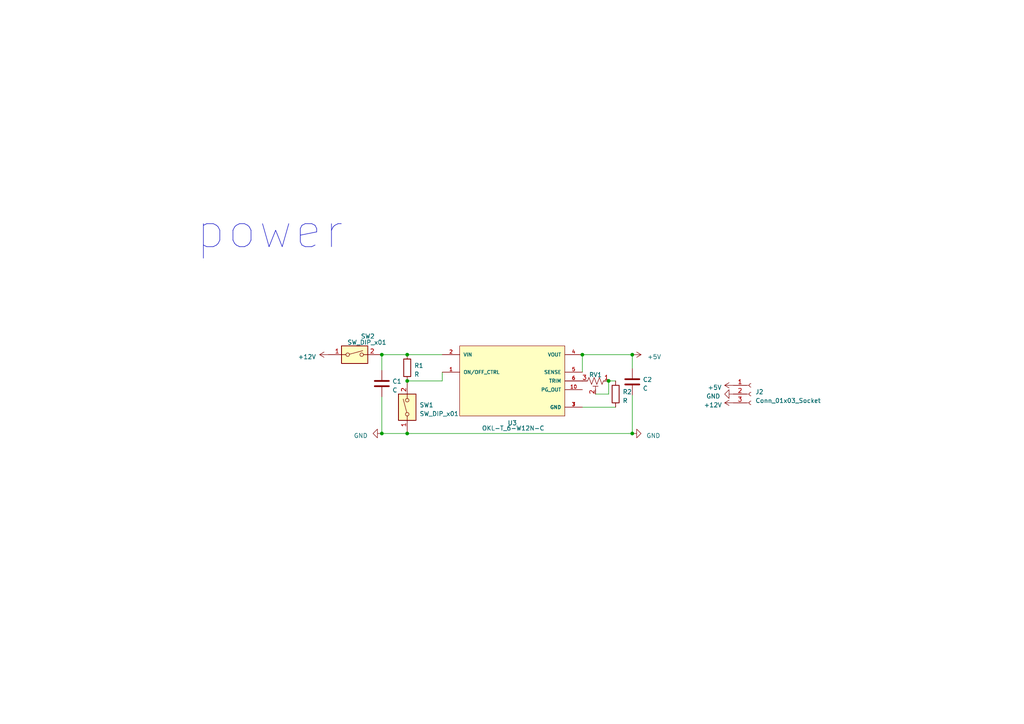
<source format=kicad_sch>
(kicad_sch (version 20230121) (generator eeschema)
  (paper "A4")
  (lib_symbols
    (symbol "Connector:Conn_01x03_Socket" (pin_names (offset 1.016) hide)
      (property "Reference" "J" (at 0 5.08 0))
      (property "Value" "Conn_01x03_Socket" (at 0 -5.08 0))
      (symbol "Conn_01x03_Socket_1_1"
        (arc (start 0 -2.032) (mid -0.5058 -2.54) (end 0 -3.048) (stroke (width 0.1524)))
        (polyline (pts (xy -1.27 -2.54) (xy -0.508 -2.54)) (stroke (width 0.1524)))
        (polyline (pts (xy -1.27 0) (xy -0.508 0)) (stroke (width 0.1524)))
        (polyline (pts (xy -1.27 2.54) (xy -0.508 2.54)) (stroke (width 0.1524)))
        (arc (start 0 0.508) (mid -0.5058 0) (end 0 -0.508) (stroke (width 0.1524)))
        (arc (start 0 3.048) (mid -0.5058 2.54) (end 0 2.032) (stroke (width 0.1524)))
        (pin passive line (at -5.08 2.54 0) (length 3.81) (name "Pin_1") (number "1"))
        (pin passive line (at -5.08 0 0) (length 3.81) (name "Pin_2") (number "2"))
        (pin passive line (at -5.08 -2.54 0) (length 3.81) (name "Pin_3") (number "3"))
      )
    )
    (symbol "Device:C" (pin_numbers hide) (pin_names (offset 0.254))
      (property "Reference" "C" (at 0.635 2.54 0))
      (property "Value" "C" (at 0.635 -2.54 0))
      (symbol "C_0_1"
        (polyline (pts (xy -2.032 -0.762) (xy 2.032 -0.762)) (stroke (width 0.508)))
        (polyline (pts (xy -2.032 0.762) (xy 2.032 0.762)) (stroke (width 0.508)))
      )
      (symbol "C_1_1"
        (pin passive line (at 0 3.81 270) (length 2.794) (name "~") (number "1"))
        (pin passive line (at 0 -3.81 90) (length 2.794) (name "~") (number "2"))
      )
    )
    (symbol "Device:R" (pin_numbers hide) (pin_names (offset 0))
      (property "Reference" "R" (at 2.032 0 90))
      (property "Value" "R" (at 0 0 90))
      (symbol "R_0_1"
        (rectangle (start -1.016 -2.54) (end 1.016 2.54) (stroke (width 0.254)))
      )
      (symbol "R_1_1"
        (pin passive line (at 0 3.81 270) (length 1.27) (name "~") (number "1"))
        (pin passive line (at 0 -3.81 90) (length 1.27) (name "~") (number "2"))
      )
    )
    (symbol "Device:R_Potentiometer_Trim_US" (pin_names (offset 1.016) hide)
      (property "Reference" "RV" (at -4.445 0 90))
      (property "Value" "R_Potentiometer_Trim_US" (at -2.54 0 90))
      (symbol "R_Potentiometer_Trim_US_0_1"
        (polyline (pts (xy 0 -2.286) (xy 0 -2.54)))
        (polyline (pts (xy 0 2.286) (xy 0 2.54)))
        (polyline (pts (xy 1.524 0.762) (xy 1.524 -0.762)))
        (polyline (pts (xy 2.54 0) (xy 1.524 0)))
        (polyline (pts (xy 0 -0.762) (xy 1.016 -1.143) (xy 0 -1.524) (xy -1.016 -1.905) (xy 0 -2.286)))
        (polyline (pts (xy 0 0.762) (xy 1.016 0.381) (xy 0 0) (xy -1.016 -0.381) (xy 0 -0.762)))
        (polyline (pts (xy 0 2.286) (xy 1.016 1.905) (xy 0 1.524) (xy -1.016 1.143) (xy 0 0.762)))
      )
      (symbol "R_Potentiometer_Trim_US_1_1"
        (pin passive line (at 0 3.81 270) (length 1.27) (name "1") (number "1"))
        (pin passive line (at 3.81 0 180) (length 1.27) (name "2") (number "2"))
        (pin passive line (at 0 -3.81 90) (length 1.27) (name "3") (number "3"))
      )
    )
    (symbol "OKL-T_6-W12N-C:OKL-T_6-W12N-C" (pin_names (offset 1.016))
      (property "Reference" "U" (at -15.24 10.922 0))
      (property "Value" "OKL-T_6-W12N-C" (at -15.24 -12.7 0))
      (symbol "OKL-T_6-W12N-C_0_0"
        (rectangle (start -15.24 -10.16) (end 15.24 10.16) (stroke (width 0.1524)) (fill (type background)))
        (pin input line (at -20.32 2.54 0) (length 5.08) (name "ON/OFF_CTRL") (number "1"))
        (pin output line (at 20.32 -2.54 180) (length 5.08) (name "PG_OUT") (number "10"))
        (pin input line (at -20.32 7.62 0) (length 5.08) (name "VIN") (number "2"))
        (pin power_in line (at 20.32 -7.62 180) (length 5.08) (name "GND") (number "3"))
        (pin output line (at 20.32 7.62 180) (length 5.08) (name "VOUT") (number "4"))
        (pin input line (at 20.32 2.54 180) (length 5.08) (name "SENSE") (number "5"))
        (pin input line (at 20.32 0 180) (length 5.08) (name "TRIM") (number "6"))
        (pin power_in line (at 20.32 -7.62 180) (length 5.08) (name "GND") (number "7"))
      )
    )
    (symbol "Switch:SW_DIP_x01" (pin_names (offset 0) hide)
      (property "Reference" "SW" (at 0 3.81 0))
      (property "Value" "SW_DIP_x01" (at 0 -3.81 0))
      (symbol "SW_DIP_x01_0_0"
        (circle (center -2.032 0) (radius 0.508))
        (polyline (pts (xy -1.524 0.127) (xy 2.3622 1.1684)))
        (circle (center 2.032 0) (radius 0.508))
      )
      (symbol "SW_DIP_x01_0_1"
        (rectangle (start -3.81 2.54) (end 3.81 -2.54) (stroke (width 0.254)) (fill (type background)))
      )
      (symbol "SW_DIP_x01_1_1"
        (pin passive line (at -7.62 0 0) (length 5.08) (name "~") (number "1"))
        (pin passive line (at 7.62 0 180) (length 5.08) (name "~") (number "2"))
      )
    )
    (symbol "power:+12V" (power) (pin_names (offset 0))
      (property "Value" "+12V" (at 0 3.556 0))
      (symbol "+12V_0_1"
        (polyline (pts (xy -0.762 1.27) (xy 0 2.54)))
        (polyline (pts (xy 0 0) (xy 0 2.54)))
        (polyline (pts (xy 0 2.54) (xy 0.762 1.27)))
      )
      (symbol "+12V_1_1"
        (pin power_in line (at 0 0 90) (length 0) hide (name "+12V") (number "1"))
      )
    )
    (symbol "power:+5V" (power) (pin_names (offset 0))
      (property "Value" "+5V" (at 0 3.556 0))
      (symbol "+5V_0_1"
        (polyline (pts (xy -0.762 1.27) (xy 0 2.54)))
        (polyline (pts (xy 0 0) (xy 0 2.54)))
        (polyline (pts (xy 0 2.54) (xy 0.762 1.27)))
      )
      (symbol "+5V_1_1"
        (pin power_in line (at 0 0 90) (length 0) hide (name "+5V") (number "1"))
      )
    )
    (symbol "power:GND" (power) (pin_names (offset 0))
      (property "Value" "GND" (at 0 -3.81 0))
      (symbol "GND_0_1"
        (polyline (pts (xy 0 0) (xy 0 -1.27) (xy 1.27 -1.27) (xy 0 -2.54) (xy -1.27 -1.27) (xy 0 -1.27)))
      )
      (symbol "GND_1_1"
        (pin power_in line (at 0 0 270) (length 0) hide (name "GND") (number "1"))
      )
    )
  )
  (junction (at 183.388 125.73))
  (junction (at 168.91 102.87))
  (junction (at 176.53 110.49))
  (junction (at 110.744 125.73))
  (junction (at 110.744 102.87))
  (junction (at 118.11 125.73))
  (junction (at 183.388 102.87))
  (junction (at 118.11 102.87))
  (junction (at 118.11 110.49))
  (wire (pts (xy 172.72 114.3) (xy 176.53 114.3)))
  (wire (pts (xy 110.744 125.73) (xy 118.11 125.73)))
  (wire (pts (xy 176.53 114.3) (xy 176.53 110.49)))
  (wire (pts (xy 176.53 110.49) (xy 178.562 110.49)))
  (wire (pts (xy 168.91 102.87) (xy 168.91 107.95)))
  (wire (pts (xy 168.91 118.11) (xy 178.562 118.11)))
  (wire (pts (xy 118.11 110.49) (xy 128.27 110.49)))
  (wire (pts (xy 110.744 115.062) (xy 110.744 125.73)))
  (wire (pts (xy 118.11 102.87) (xy 128.27 102.87)))
  (wire (pts (xy 110.744 102.87) (xy 118.11 102.87)))
  (wire (pts (xy 183.388 106.934) (xy 183.388 102.87)))
  (wire (pts (xy 183.388 125.73) (xy 118.11 125.73)))
  (wire (pts (xy 110.49 102.87) (xy 110.744 102.87)))
  (wire (pts (xy 128.27 110.49) (xy 128.27 107.95)))
  (wire (pts (xy 183.388 102.87) (xy 168.91 102.87)))
  (wire (pts (xy 183.388 114.554) (xy 183.388 125.73)))
  (wire (pts (xy 110.744 107.442) (xy 110.744 102.87)))
  (text "power" (at 56.515 73.025 0) (effects (font (size 10 10)) (justify left bottom)))
  (symbol (lib_id "power:+12V") (at 95.25 102.87 90) (unit 1)
    (property "Reference" "#PWR04" (effects hide))
    (property "Value" "+12V" (at 91.694 103.505 90) (effects (justify left)))
  )
  (symbol (lib_id "Device:C") (at 110.744 111.252 0) (unit 1)
    (property "Reference" "C1" (at 113.792 110.617 0) (effects (justify left)))
    (property "Value" "C" (at 113.792 113.157 0) (effects (justify left)))
    (property "Footprint" "Capacitor_THT:C_Disc_D5.1mm_W3.2mm_P5.00mm" (effects hide))
  )
  (symbol (lib_id "power:GND") (at 110.744 125.73 270) (unit 1)
    (property "Reference" "#PWR03" (effects hide))
    (property "Value" "GND" (at 106.68 126.365 90) (effects (justify right)))
  )
  (symbol (lib_id "power:GND") (at 183.388 125.73 90) (unit 1)
    (property "Reference" "#PWR02" (effects hide))
    (property "Value" "GND" (at 187.452 126.365 90) (effects (justify right)))
  )
  (symbol (lib_id "Device:R_Potentiometer_Trim_US") (at 172.72 110.49 270) (unit 1)
    (property "Reference" "RV1" (at 172.72 108.712 90))
    (property "Value" "R_Potentiometer_Trim_US" (effects hide))
    (property "Footprint" "Potentiometer_THT:Potentiometer_Bourns_3296W_Vertical" (effects hide))
  )
  (symbol (lib_id "Device:C") (at 183.388 110.744 0) (unit 1)
    (property "Reference" "C2" (at 186.436 110.109 0) (effects (justify left)))
    (property "Value" "C" (at 186.436 112.649 0) (effects (justify left)))
    (property "Footprint" "Capacitor_THT:C_Disc_D5.1mm_W3.2mm_P5.00mm" (effects hide))
  )
  (symbol (lib_id "power:+5V") (at 183.388 102.87 270) (unit 1)
    (property "Reference" "#PWR01" (effects hide))
    (property "Value" "+5V" (at 187.706 103.505 90) (effects (justify left)))
  )
  (symbol (lib_id "power:GND") (at 212.725 114.3 270) (unit 1)
    (property "Reference" "#PWR011" (effects hide))
    (property "Value" "GND" (at 208.915 114.935 90) (effects (justify right)))
  )
  (symbol (lib_id "power:+5V") (at 212.725 111.76 90) (unit 1)
    (property "Reference" "#PWR010" (effects hide))
    (property "Value" "+5V" (at 209.3375 112.395 90) (effects (justify left)))
  )
  (symbol (lib_id "Switch:SW_DIP_x01") (at 102.87 102.87 0) (unit 1)
    (property "Reference" "SW2" (at 106.68 97.536 0))
    (property "Value" "SW_DIP_x01" (at 106.426 99.314 0))
    (property "Footprint" "Lib:DS-850k" (effects hide))
  )
  (symbol (lib_id "Device:R") (at 118.11 106.68 0) (unit 1)
    (property "Reference" "R1" (at 120.142 106.045 0) (effects (justify left)))
    (property "Value" "R" (at 120.142 108.585 0) (effects (justify left)))
    (property "Footprint" "Resistor_THT:R_Axial_DIN0204_L3.6mm_D1.6mm_P5.08mm_Horizontal" (effects hide))
  )
  (symbol (lib_id "Connector:Conn_01x03_Socket") (at 217.805 114.3 0) (unit 1)
    (property "Reference" "J2" (at 219.075 113.665 0) (effects (justify left)))
    (property "Value" "Conn_01x03_Socket" (at 219.075 116.205 0) (effects (justify left)))
    (property "Footprint" "Connector_PinHeader_2.54mm:PinHeader_1x03_P2.54mm_Vertical" (effects hide))
  )
  (symbol (lib_id "Switch:SW_DIP_x01") (at 118.11 118.11 90) (unit 1)
    (property "Reference" "SW1" (at 121.666 117.475 90) (effects (justify right)))
    (property "Value" "SW_DIP_x01" (at 121.666 120.015 90) (effects (justify right)))
    (property "Footprint" "Lib:2MS1T2B4M2QES" (effects hide))
  )
  (symbol (lib_id "Device:R") (at 178.562 114.3 0) (unit 1)
    (property "Reference" "R2" (at 180.594 113.665 0) (effects (justify left)))
    (property "Value" "R" (at 180.594 116.205 0) (effects (justify left)))
    (property "Footprint" "Resistor_THT:R_Axial_DIN0204_L3.6mm_D1.6mm_P5.08mm_Horizontal" (effects hide))
  )
  (symbol (lib_id "power:+12V") (at 212.725 116.84 90) (unit 1)
    (property "Reference" "#PWR012" (effects hide))
    (property "Value" "+12V" (at 209.423 117.475 90) (effects (justify left)))
  )
  (symbol (lib_id "OKL-T_6-W12N-C:OKL-T_6-W12N-C") (at 148.59 110.49 0) (unit 1)
    (property "Reference" "U3" (at 148.59 122.682 0))
    (property "Value" "OKL-T_6-W12N-C" (at 148.844 124.206 0))
    (property "Footprint" "Lib:DCDC-murata-6A" (effects hide))
  )
)
</source>
